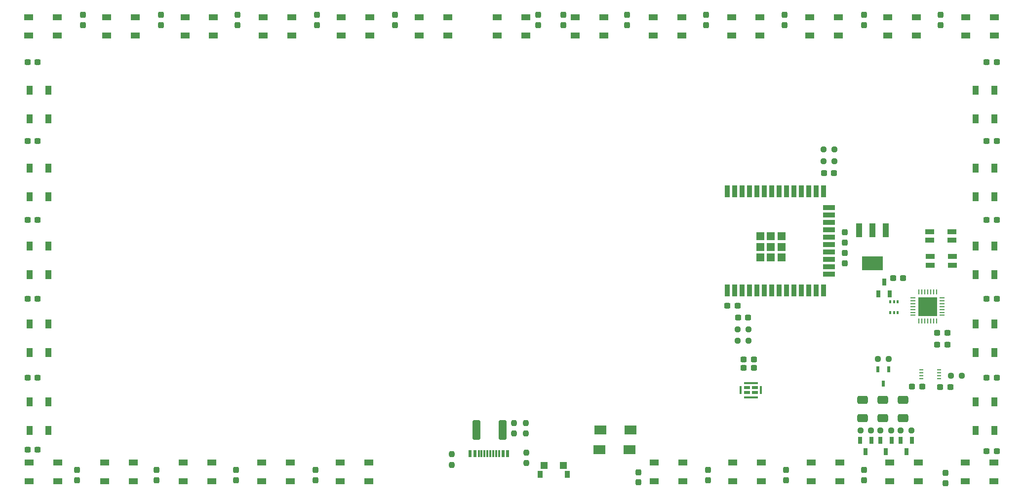
<source format=gbr>
%TF.GenerationSoftware,KiCad,Pcbnew,(6.0.6-0)*%
%TF.CreationDate,2022-10-04T21:52:10+02:00*%
%TF.ProjectId,GlowSignMainPCB,476c6f77-5369-4676-9e4d-61696e504342,rev?*%
%TF.SameCoordinates,Original*%
%TF.FileFunction,Paste,Top*%
%TF.FilePolarity,Positive*%
%FSLAX46Y46*%
G04 Gerber Fmt 4.6, Leading zero omitted, Abs format (unit mm)*
G04 Created by KiCad (PCBNEW (6.0.6-0)) date 2022-10-04 21:52:10*
%MOMM*%
%LPD*%
G01*
G04 APERTURE LIST*
G04 Aperture macros list*
%AMRoundRect*
0 Rectangle with rounded corners*
0 $1 Rounding radius*
0 $2 $3 $4 $5 $6 $7 $8 $9 X,Y pos of 4 corners*
0 Add a 4 corners polygon primitive as box body*
4,1,4,$2,$3,$4,$5,$6,$7,$8,$9,$2,$3,0*
0 Add four circle primitives for the rounded corners*
1,1,$1+$1,$2,$3*
1,1,$1+$1,$4,$5*
1,1,$1+$1,$6,$7*
1,1,$1+$1,$8,$9*
0 Add four rect primitives between the rounded corners*
20,1,$1+$1,$2,$3,$4,$5,0*
20,1,$1+$1,$4,$5,$6,$7,0*
20,1,$1+$1,$6,$7,$8,$9,0*
20,1,$1+$1,$8,$9,$2,$3,0*%
G04 Aperture macros list end*
%ADD10RoundRect,0.237500X-0.237500X0.300000X-0.237500X-0.300000X0.237500X-0.300000X0.237500X0.300000X0*%
%ADD11RoundRect,0.250000X0.650000X-0.412500X0.650000X0.412500X-0.650000X0.412500X-0.650000X-0.412500X0*%
%ADD12R,0.900000X2.000000*%
%ADD13R,2.000000X0.900000*%
%ADD14R,1.330000X1.330000*%
%ADD15R,1.500000X1.000000*%
%ADD16RoundRect,0.237500X-0.300000X-0.237500X0.300000X-0.237500X0.300000X0.237500X-0.300000X0.237500X0*%
%ADD17RoundRect,0.237500X-0.250000X-0.237500X0.250000X-0.237500X0.250000X0.237500X-0.250000X0.237500X0*%
%ADD18RoundRect,0.250000X0.400000X1.450000X-0.400000X1.450000X-0.400000X-1.450000X0.400000X-1.450000X0*%
%ADD19R,1.000000X1.500000*%
%ADD20R,0.900000X1.200000*%
%ADD21R,1.200000X1.300000*%
%ADD22RoundRect,0.237500X-0.237500X0.250000X-0.237500X-0.250000X0.237500X-0.250000X0.237500X0.250000X0*%
%ADD23RoundRect,0.237500X0.250000X0.237500X-0.250000X0.237500X-0.250000X-0.237500X0.250000X-0.237500X0*%
%ADD24R,0.600000X1.070003*%
%ADD25R,0.280010X0.900000*%
%ADD26R,0.900000X0.280010*%
%ADD27R,3.300000X3.300000*%
%ADD28O,0.750013X0.250013*%
%ADD29RoundRect,0.237500X0.237500X-0.300000X0.237500X0.300000X-0.237500X0.300000X-0.237500X-0.300000X0*%
%ADD30R,0.700000X1.250013*%
%ADD31R,0.980010X2.470003*%
%ADD32R,3.600000X2.470003*%
%ADD33RoundRect,0.237500X0.237500X-0.250000X0.237500X0.250000X-0.237500X0.250000X-0.237500X-0.250000X0*%
%ADD34R,1.500000X0.900000*%
%ADD35RoundRect,0.237500X0.300000X0.237500X-0.300000X0.237500X-0.300000X-0.237500X0.300000X-0.237500X0*%
%ADD36R,2.046380X1.620015*%
%ADD37R,0.419990X0.600000*%
%ADD38R,0.600000X1.300000*%
%ADD39R,0.300000X1.300000*%
%ADD40R,1.050013X0.550013*%
%ADD41R,0.450013X1.400000*%
%ADD42R,2.400000X0.450013*%
G04 APERTURE END LIST*
D10*
%TO.C,C30*%
X155651200Y-60605500D03*
X155651200Y-62330500D03*
%TD*%
%TO.C,C24*%
X224688400Y-60605500D03*
X224688400Y-62330500D03*
%TD*%
D11*
%TO.C,C56*%
X211328000Y-129832500D03*
X211328000Y-126707500D03*
%TD*%
D12*
%TO.C,U4*%
X188065900Y-107922500D03*
X189335900Y-107922500D03*
X190605900Y-107922500D03*
X191875900Y-107922500D03*
X193145900Y-107922500D03*
X194415900Y-107922500D03*
X195685900Y-107922500D03*
X196955900Y-107922500D03*
X198225900Y-107922500D03*
X199495900Y-107922500D03*
X200765900Y-107922500D03*
X202035900Y-107922500D03*
X203305900Y-107922500D03*
X204575900Y-107922500D03*
D13*
X205575900Y-105137500D03*
X205575900Y-103867500D03*
X205575900Y-102597500D03*
X205575900Y-101327500D03*
X205575900Y-100057500D03*
X205575900Y-98787500D03*
X205575900Y-97517500D03*
X205575900Y-96247500D03*
X205575900Y-94977500D03*
X205575900Y-93707500D03*
D12*
X204575900Y-90922500D03*
X203305900Y-90922500D03*
X202035900Y-90922500D03*
X200765900Y-90922500D03*
X199495900Y-90922500D03*
X198225900Y-90922500D03*
X196955900Y-90922500D03*
X195685900Y-90922500D03*
X194415900Y-90922500D03*
X193145900Y-90922500D03*
X191875900Y-90922500D03*
X190605900Y-90922500D03*
X189335900Y-90922500D03*
X188065900Y-90922500D03*
D14*
X193730900Y-102257500D03*
X195565900Y-100422500D03*
X193730900Y-98587500D03*
X197400900Y-102257500D03*
X197400900Y-98587500D03*
X197400900Y-100422500D03*
X195565900Y-102257500D03*
X193730900Y-100422500D03*
X195565900Y-98587500D03*
%TD*%
D15*
%TO.C,D17*%
X108482750Y-60961100D03*
X108482750Y-64161100D03*
X113382750Y-64161100D03*
X113382750Y-60961100D03*
%TD*%
%TO.C,D11*%
X188819450Y-60961100D03*
X188819450Y-64161100D03*
X193719450Y-64161100D03*
X193719450Y-60961100D03*
%TD*%
D16*
%TO.C,C54*%
X224622720Y-124496537D03*
X226347720Y-124496537D03*
%TD*%
D10*
%TO.C,C25*%
X211531200Y-60605500D03*
X211531200Y-62330500D03*
%TD*%
D15*
%TO.C,D14*%
X148651100Y-60961100D03*
X148651100Y-64161100D03*
X153551100Y-64161100D03*
X153551100Y-60961100D03*
%TD*%
D17*
%TO.C,R19*%
X213920700Y-119684800D03*
X215745700Y-119684800D03*
%TD*%
D15*
%TO.C,D8*%
X228987800Y-60961100D03*
X228987800Y-64161100D03*
X233887800Y-64161100D03*
X233887800Y-60961100D03*
%TD*%
D18*
%TO.C,F1*%
X149545000Y-131876800D03*
X145095000Y-131876800D03*
%TD*%
D16*
%TO.C,C57*%
X216510700Y-105816400D03*
X218235700Y-105816400D03*
%TD*%
D19*
%TO.C,D3*%
X233910800Y-127056100D03*
X230710800Y-127056100D03*
X230710800Y-131956100D03*
X233910800Y-131956100D03*
%TD*%
D15*
%TO.C,D28*%
X99681200Y-140639600D03*
X99681200Y-137439600D03*
X94781200Y-137439600D03*
X94781200Y-140639600D03*
%TD*%
D20*
%TO.C,SW3*%
X160643575Y-139475768D03*
X156043625Y-139475768D03*
D21*
X160018479Y-137925857D03*
X156668467Y-137925857D03*
%TD*%
D15*
%TO.C,D18*%
X95093300Y-60961100D03*
X95093300Y-64161100D03*
X99993300Y-64161100D03*
X99993300Y-60961100D03*
%TD*%
D22*
%TO.C,R2*%
X140817600Y-136044300D03*
X140817600Y-137869300D03*
%TD*%
D23*
%TO.C,R20*%
X216202900Y-131978400D03*
X214377900Y-131978400D03*
%TD*%
D16*
%TO.C,C41*%
X68122800Y-135229600D03*
X69847800Y-135229600D03*
%TD*%
D10*
%TO.C,C7*%
X208280000Y-101499500D03*
X208280000Y-103224500D03*
%TD*%
D15*
%TO.C,D20*%
X68314400Y-60961100D03*
X68314400Y-64161100D03*
X73214400Y-64161100D03*
X73214400Y-60961100D03*
%TD*%
D23*
%TO.C,R18*%
X219657300Y-131978400D03*
X217832300Y-131978400D03*
%TD*%
D16*
%TO.C,C37*%
X68122800Y-82270600D03*
X69847800Y-82270600D03*
%TD*%
D15*
%TO.C,D12*%
X175430000Y-60961100D03*
X175430000Y-64161100D03*
X180330000Y-64161100D03*
X180330000Y-60961100D03*
%TD*%
D24*
%TO.C,U12*%
X215783162Y-121446923D03*
X213883238Y-121446923D03*
X214833200Y-123917077D03*
%TD*%
D25*
%TO.C,U7*%
X220951930Y-113170479D03*
X221452311Y-113170479D03*
X221952692Y-113170479D03*
X222453073Y-113170479D03*
X222953454Y-113170479D03*
X223453835Y-113170479D03*
X223954216Y-113170479D03*
D26*
X224953200Y-112171749D03*
X224953200Y-111671368D03*
X224953200Y-111170987D03*
X224953200Y-110670606D03*
X224953200Y-110170225D03*
X224953200Y-109669844D03*
X224953200Y-109169463D03*
D25*
X223954216Y-108170479D03*
X223453835Y-108170479D03*
X222953454Y-108170479D03*
X222453073Y-108170479D03*
X221952692Y-108170479D03*
X221452311Y-108170479D03*
X220951930Y-108170479D03*
D26*
X219953200Y-109169463D03*
X219953200Y-109669844D03*
X219953200Y-110170225D03*
X219953200Y-110670606D03*
X219953200Y-111170987D03*
X219953200Y-111671368D03*
X219953200Y-112171749D03*
D27*
X222453073Y-110670606D03*
%TD*%
D15*
%TO.C,D10*%
X202208900Y-60961100D03*
X202208900Y-64161100D03*
X207108900Y-64161100D03*
X207108900Y-60961100D03*
%TD*%
D19*
%TO.C,D5*%
X233910800Y-100278100D03*
X230710800Y-100278100D03*
X230710800Y-105178100D03*
X233910800Y-105178100D03*
%TD*%
D10*
%TO.C,C31*%
X131114800Y-60605500D03*
X131114800Y-62330500D03*
%TD*%
D16*
%TO.C,C39*%
X68122800Y-109347000D03*
X69847800Y-109347000D03*
%TD*%
D28*
%TO.C,U3*%
X224434400Y-123021600D03*
X224434400Y-122521473D03*
X224434400Y-122021600D03*
X224434400Y-121521473D03*
X221334578Y-121521473D03*
X221334578Y-122021600D03*
X221334578Y-122521473D03*
X221334578Y-123021600D03*
%TD*%
D19*
%TO.C,D24*%
X68464400Y-118567100D03*
X71664400Y-118567100D03*
X71664400Y-113667100D03*
X68464400Y-113667100D03*
%TD*%
D16*
%TO.C,C36*%
X68122800Y-68732400D03*
X69847800Y-68732400D03*
%TD*%
D10*
%TO.C,C26*%
X197916800Y-60605500D03*
X197916800Y-62330500D03*
%TD*%
D15*
%TO.C,D32*%
X193915200Y-140639600D03*
X193915200Y-137439600D03*
X189015200Y-137439600D03*
X189015200Y-140639600D03*
%TD*%
%TO.C,D26*%
X73316000Y-140639600D03*
X73316000Y-137439600D03*
X68416000Y-137439600D03*
X68416000Y-140639600D03*
%TD*%
D29*
%TO.C,C46*%
X172872400Y-140867300D03*
X172872400Y-139142300D03*
%TD*%
D30*
%TO.C,U16*%
X212785962Y-133620000D03*
X210886038Y-133620000D03*
X211836000Y-135620000D03*
%TD*%
D31*
%TO.C,U18*%
X215304375Y-97564850D03*
X213004400Y-97564850D03*
X210704425Y-97564850D03*
D32*
X213004400Y-103234650D03*
%TD*%
D33*
%TO.C,R11*%
X151545405Y-132484500D03*
X151545405Y-130659500D03*
%TD*%
D29*
%TO.C,C44*%
X103861150Y-140460900D03*
X103861150Y-138735900D03*
%TD*%
D19*
%TO.C,D23*%
X68464400Y-105178100D03*
X71664400Y-105178100D03*
X71664400Y-100278100D03*
X68464400Y-100278100D03*
%TD*%
D11*
%TO.C,C3*%
X218236800Y-129832500D03*
X218236800Y-126707500D03*
%TD*%
D15*
%TO.C,D15*%
X135261650Y-60961100D03*
X135261650Y-64161100D03*
X140161650Y-64161100D03*
X140161650Y-60961100D03*
%TD*%
D16*
%TO.C,C38*%
X68122800Y-95808800D03*
X69847800Y-95808800D03*
%TD*%
%TO.C,C40*%
X68122800Y-122885200D03*
X69847800Y-122885200D03*
%TD*%
D15*
%TO.C,D35*%
X233847500Y-140639600D03*
X233847500Y-137439600D03*
X228947500Y-137439600D03*
X228947500Y-140639600D03*
%TD*%
D34*
%TO.C,SW1*%
X222839276Y-97801936D03*
X226639124Y-97801936D03*
X226639124Y-99302064D03*
X222839276Y-99302064D03*
%TD*%
D15*
%TO.C,D31*%
X180453200Y-140639600D03*
X180453200Y-137439600D03*
X175553200Y-137439600D03*
X175553200Y-140639600D03*
%TD*%
D19*
%TO.C,D4*%
X233910800Y-113667100D03*
X230710800Y-113667100D03*
X230710800Y-118567100D03*
X233910800Y-118567100D03*
%TD*%
D35*
%TO.C,C19*%
X234288500Y-122885200D03*
X232563500Y-122885200D03*
%TD*%
D10*
%TO.C,C32*%
X117703600Y-60605500D03*
X117703600Y-62330500D03*
%TD*%
D15*
%TO.C,D19*%
X81703850Y-60961100D03*
X81703850Y-64161100D03*
X86603850Y-64161100D03*
X86603850Y-60961100D03*
%TD*%
D10*
%TO.C,C34*%
X90982800Y-60605500D03*
X90982800Y-62330500D03*
%TD*%
D36*
%TO.C,U17*%
X171475431Y-131876825D03*
X166344620Y-131876825D03*
%TD*%
D29*
%TO.C,C47*%
X184823100Y-140460900D03*
X184823100Y-138735900D03*
%TD*%
D15*
%TO.C,D16*%
X121872200Y-60961100D03*
X121872200Y-64161100D03*
X126772200Y-64161100D03*
X126772200Y-60961100D03*
%TD*%
D35*
%TO.C,C53*%
X192632500Y-119735600D03*
X190907500Y-119735600D03*
%TD*%
D15*
%TO.C,D29*%
X113143200Y-140639600D03*
X113143200Y-137439600D03*
X108243200Y-137439600D03*
X108243200Y-140639600D03*
%TD*%
D37*
%TO.C,U8*%
X216043010Y-111749633D03*
X216692997Y-111749633D03*
X217342984Y-111749633D03*
X217342984Y-109849709D03*
X216692997Y-109849709D03*
X216043010Y-109849709D03*
%TD*%
D38*
%TO.C,USB1*%
X144018502Y-135954884D03*
X144818349Y-135954884D03*
D39*
X145968464Y-135954884D03*
X146968464Y-135954884D03*
X147468336Y-135954884D03*
X148468336Y-135954884D03*
D38*
X150418298Y-135954884D03*
X149618451Y-135954884D03*
D39*
X148968464Y-135954884D03*
X147968464Y-135954884D03*
X146468336Y-135954884D03*
X145468336Y-135954884D03*
%TD*%
D30*
%TO.C,U19*%
X214035638Y-108492800D03*
X215935562Y-108492800D03*
X214985600Y-106492800D03*
%TD*%
D15*
%TO.C,D34*%
X220839200Y-140639600D03*
X220839200Y-137439600D03*
X215939200Y-137439600D03*
X215939200Y-140639600D03*
%TD*%
%TO.C,D9*%
X215598350Y-60961100D03*
X215598350Y-64161100D03*
X220498350Y-64161100D03*
X220498350Y-60961100D03*
%TD*%
D19*
%TO.C,D7*%
X233910800Y-73500100D03*
X230710800Y-73500100D03*
X230710800Y-78400100D03*
X233910800Y-78400100D03*
%TD*%
D29*
%TO.C,C42*%
X76555600Y-140460900D03*
X76555600Y-138735900D03*
%TD*%
D17*
%TO.C,R1*%
X226452320Y-122515337D03*
X228277320Y-122515337D03*
%TD*%
D35*
%TO.C,C22*%
X234288500Y-82270600D03*
X232563500Y-82270600D03*
%TD*%
D22*
%TO.C,R3*%
X153670000Y-135739500D03*
X153670000Y-137564500D03*
%TD*%
D35*
%TO.C,C20*%
X234288500Y-109347000D03*
X232563500Y-109347000D03*
%TD*%
D10*
%TO.C,C29*%
X159969200Y-60605500D03*
X159969200Y-62330500D03*
%TD*%
D19*
%TO.C,D25*%
X68464400Y-131956100D03*
X71664400Y-131956100D03*
X71664400Y-127056100D03*
X68464400Y-127056100D03*
%TD*%
%TO.C,D22*%
X68464400Y-91789100D03*
X71664400Y-91789100D03*
X71664400Y-86889100D03*
X68464400Y-86889100D03*
%TD*%
D30*
%TO.C,U14*%
X216265762Y-133620000D03*
X214365838Y-133620000D03*
X215315800Y-135620000D03*
%TD*%
D15*
%TO.C,D33*%
X207377200Y-140639600D03*
X207377200Y-137439600D03*
X202477200Y-137439600D03*
X202477200Y-140639600D03*
%TD*%
D36*
%TO.C,U2*%
X171323031Y-135229625D03*
X166192220Y-135229625D03*
%TD*%
D19*
%TO.C,D6*%
X233910800Y-86889100D03*
X230710800Y-86889100D03*
X230710800Y-91789100D03*
X233910800Y-91789100D03*
%TD*%
D10*
%TO.C,C28*%
X170942000Y-60605500D03*
X170942000Y-62330500D03*
%TD*%
D23*
%TO.C,R6*%
X191729550Y-114554000D03*
X189904550Y-114554000D03*
%TD*%
D10*
%TO.C,C27*%
X184454800Y-60605500D03*
X184454800Y-62330500D03*
%TD*%
D29*
%TO.C,C45*%
X117513925Y-140460900D03*
X117513925Y-138735900D03*
%TD*%
D35*
%TO.C,C4*%
X225835497Y-117250530D03*
X224110497Y-117250530D03*
%TD*%
D22*
%TO.C,R10*%
X153568400Y-130659500D03*
X153568400Y-132484500D03*
%TD*%
D23*
%TO.C,R21*%
X212748500Y-131978400D03*
X210923500Y-131978400D03*
%TD*%
D29*
%TO.C,C50*%
X225501200Y-140968900D03*
X225501200Y-139243900D03*
%TD*%
D35*
%TO.C,C2*%
X221523620Y-124445737D03*
X219798620Y-124445737D03*
%TD*%
D10*
%TO.C,C33*%
X104089200Y-60605500D03*
X104089200Y-62330500D03*
%TD*%
D40*
%TO.C,U20*%
X191450517Y-125453255D03*
X192800784Y-125453255D03*
X192800784Y-124603369D03*
X191450517Y-124603369D03*
D41*
X190400733Y-125028312D03*
D42*
X192125651Y-126253357D03*
D41*
X193850568Y-125028312D03*
D42*
X192125651Y-123803268D03*
%TD*%
D30*
%TO.C,U13*%
X219745562Y-133620000D03*
X217845638Y-133620000D03*
X218795600Y-135620000D03*
%TD*%
D35*
%TO.C,C8*%
X191679550Y-112534000D03*
X189954550Y-112534000D03*
%TD*%
D10*
%TO.C,C35*%
X77571600Y-60605500D03*
X77571600Y-62330500D03*
%TD*%
D15*
%TO.C,D27*%
X86219200Y-140639600D03*
X86219200Y-137439600D03*
X81319200Y-137439600D03*
X81319200Y-140639600D03*
%TD*%
%TO.C,D13*%
X162040550Y-60961100D03*
X162040550Y-64161100D03*
X166940550Y-64161100D03*
X166940550Y-60961100D03*
%TD*%
D19*
%TO.C,D21*%
X68464400Y-78400100D03*
X71664400Y-78400100D03*
X71664400Y-73500100D03*
X68464400Y-73500100D03*
%TD*%
D16*
%TO.C,C6*%
X224110497Y-115150530D03*
X225835497Y-115150530D03*
%TD*%
%TO.C,C1*%
X188108550Y-110510400D03*
X189833550Y-110510400D03*
%TD*%
D15*
%TO.C,D30*%
X126605200Y-140639600D03*
X126605200Y-137439600D03*
X121705200Y-137439600D03*
X121705200Y-140639600D03*
%TD*%
D29*
%TO.C,C48*%
X198196200Y-140460900D03*
X198196200Y-138735900D03*
%TD*%
D35*
%TO.C,C18*%
X234288500Y-135483600D03*
X232563500Y-135483600D03*
%TD*%
D17*
%TO.C,R7*%
X204624300Y-85742400D03*
X206449300Y-85742400D03*
%TD*%
D35*
%TO.C,C10*%
X192632500Y-121210800D03*
X190907500Y-121210800D03*
%TD*%
D23*
%TO.C,R5*%
X206449300Y-83652400D03*
X204624300Y-83652400D03*
%TD*%
D16*
%TO.C,C9*%
X204674300Y-87782400D03*
X206399300Y-87782400D03*
%TD*%
D23*
%TO.C,R4*%
X191729550Y-116574000D03*
X189904550Y-116574000D03*
%TD*%
D29*
%TO.C,C5*%
X208280000Y-99668500D03*
X208280000Y-97943500D03*
%TD*%
D11*
%TO.C,C55*%
X214782400Y-129832500D03*
X214782400Y-126707500D03*
%TD*%
D29*
%TO.C,C49*%
X211569300Y-140460900D03*
X211569300Y-138735900D03*
%TD*%
D34*
%TO.C,SW2*%
X222890076Y-103569264D03*
X226689924Y-103569264D03*
X222890076Y-102069136D03*
X226689924Y-102069136D03*
%TD*%
D29*
%TO.C,C43*%
X90208375Y-140460900D03*
X90208375Y-138735900D03*
%TD*%
D35*
%TO.C,C23*%
X234288500Y-68732400D03*
X232563500Y-68732400D03*
%TD*%
%TO.C,C21*%
X234288500Y-95808800D03*
X232563500Y-95808800D03*
%TD*%
M02*

</source>
